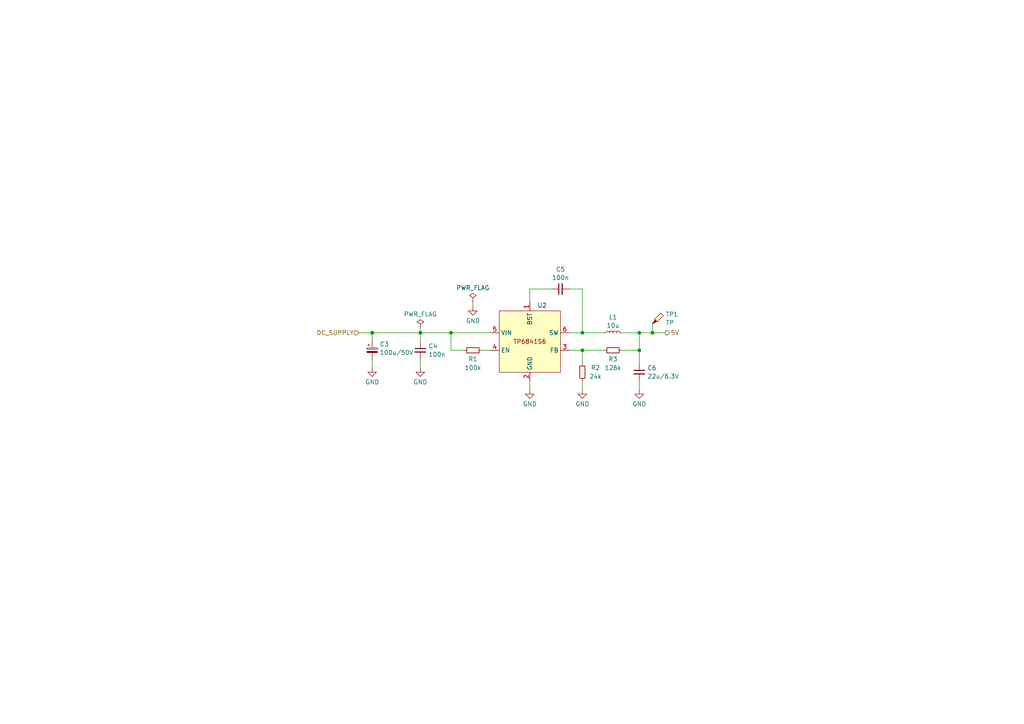
<source format=kicad_sch>
(kicad_sch (version 20230121) (generator eeschema)
  (paper "A4")
  (lib_symbols
    (symbol "Connector:TestPoint_Probe" (pin_numbers hide) (pin_names (offset 0.762) hide)
      (property "Reference" "TP" (at 1.651 5.842 0))
      (property "Value" "TestPoint_Probe" (at 1.651 4.064 0))
      (symbol "TestPoint_Probe_0_1"
        (polyline (pts (xy 1.27 0.762) (xy 0 0) (xy 0.762 1.27) (xy 1.27 0.762)) (fill (type outline)))
        (polyline (pts (xy 1.397 0.635) (xy 0.635 1.397) (xy 2.413 3.175) (xy 3.175 2.413) (xy 1.397 0.635)) (fill (type background)))
      )
      (symbol "TestPoint_Probe_1_1"
        (pin passive line (at 0 0 90) (length 0) (name "1") (number "1"))
      )
    )
    (symbol "Device:C_Polarized_Small" (pin_numbers hide) (pin_names (offset 0.254) hide)
      (property "Reference" "C" (at 0.254 1.778 0))
      (property "Value" "C_Polarized_Small" (at 0.254 -2.032 0))
      (symbol "C_Polarized_Small_0_1"
        (rectangle (start -1.524 -0.3048) (end 1.524 -0.6858) (fill (type outline)))
        (rectangle (start -1.524 0.6858) (end 1.524 0.3048))
        (polyline (pts (xy -1.27 1.524) (xy -0.762 1.524)))
        (polyline (pts (xy -1.016 1.27) (xy -1.016 1.778)))
      )
      (symbol "C_Polarized_Small_1_1"
        (pin passive line (at 0 2.54 270) (length 1.8542) (name "~") (number "1"))
        (pin passive line (at 0 -2.54 90) (length 1.8542) (name "~") (number "2"))
      )
    )
    (symbol "Device:C_Small" (pin_numbers hide) (pin_names (offset 0.254) hide)
      (property "Reference" "C" (at 0.254 1.778 0))
      (property "Value" "C_Small" (at 0.254 -2.032 0))
      (symbol "C_Small_0_1"
        (polyline (pts (xy -1.524 -0.508) (xy 1.524 -0.508)) (stroke (width 0.3302)))
        (polyline (pts (xy -1.524 0.508) (xy 1.524 0.508)) (stroke (width 0.3048)))
      )
      (symbol "C_Small_1_1"
        (pin passive line (at 0 2.54 270) (length 2.032) (name "~") (number "1"))
        (pin passive line (at 0 -2.54 90) (length 2.032) (name "~") (number "2"))
      )
    )
    (symbol "Device:L_Small" (pin_numbers hide) (pin_names (offset 0.254) hide)
      (property "Reference" "L" (at 0.762 1.016 0))
      (property "Value" "L_Small" (at 0.762 -1.016 0))
      (symbol "L_Small_0_1"
        (arc (start 0 -2.032) (mid 0.5058 -1.524) (end 0 -1.016))
        (arc (start 0 -1.016) (mid 0.5058 -0.508) (end 0 0))
        (arc (start 0 0) (mid 0.5058 0.508) (end 0 1.016))
        (arc (start 0 1.016) (mid 0.5058 1.524) (end 0 2.032))
      )
      (symbol "L_Small_1_1"
        (pin passive line (at 0 2.54 270) (length 0.508) (name "~") (number "1"))
        (pin passive line (at 0 -2.54 90) (length 0.508) (name "~") (number "2"))
      )
    )
    (symbol "Device:R_Small" (pin_numbers hide) (pin_names (offset 0.254) hide)
      (property "Reference" "R" (at 0.762 0.508 0))
      (property "Value" "R_Small" (at 0.762 -1.016 0))
      (symbol "R_Small_0_1"
        (rectangle (start -0.762 1.778) (end 0.762 -1.778) (stroke (width 0.2032)))
      )
      (symbol "R_Small_1_1"
        (pin passive line (at 0 2.54 270) (length 0.762) (name "~") (number "1"))
        (pin passive line (at 0 -2.54 90) (length 0.762) (name "~") (number "2"))
      )
    )
    (symbol "Parts:TP6841S6-A"
      (property "Reference" "U" (at 5.08 -10.16 0))
      (symbol "TP6841S6-A_1_1"
        (rectangle (start -8.89 8.89) (end 8.89 -8.89) (fill (type background)))
        (text "TP6841S6" (at 0 0 0) (effects (font (size 1.27 1.27))))
        (pin input line (at 0 11.43 270) (length 2.54) (name "BST") (number "1"))
        (pin input line (at 0 -11.43 90) (length 2.54) (name "GND") (number "2"))
        (pin input line (at 11.43 -2.54 180) (length 2.54) (name "FB") (number "3"))
        (pin input line (at -11.43 -2.54 0) (length 2.54) (name "EN") (number "4"))
        (pin input line (at -11.43 2.54 0) (length 2.54) (name "VIN") (number "5"))
        (pin output line (at 11.43 2.54 180) (length 2.54) (name "SW") (number "6"))
      )
    )
    (symbol "power:GND" (power) (pin_names (offset 0))
      (property "Value" "GND" (at 0 -3.81 0))
      (symbol "GND_0_1"
        (polyline (pts (xy 0 0) (xy 0 -1.27) (xy 1.27 -1.27) (xy 0 -2.54) (xy -1.27 -1.27) (xy 0 -1.27)))
      )
      (symbol "GND_1_1"
        (pin power_in line (at 0 0 270) (length 0) hide (name "GND") (number "1"))
      )
    )
    (symbol "power:PWR_FLAG" (power) (pin_numbers hide) (pin_names (offset 0) hide)
      (property "Value" "PWR_FLAG" (at 0 3.81 0))
      (symbol "PWR_FLAG_0_0"
        (pin power_out line (at 0 0 90) (length 0) (name "pwr") (number "1"))
      )
      (symbol "PWR_FLAG_0_1"
        (polyline (pts (xy 0 0) (xy 0 1.27) (xy -1.016 1.905) (xy 0 2.54) (xy 1.016 1.905) (xy 0 1.27)))
      )
    )
  )
  (junction (at 121.92 96.52))
  (junction (at 189.23 96.52))
  (junction (at 185.42 96.52))
  (junction (at 168.91 101.6))
  (junction (at 168.91 96.52))
  (junction (at 185.42 101.6))
  (junction (at 130.81 96.52))
  (junction (at 107.95 96.52))
  (wire (pts (xy 180.34 101.6) (xy 185.42 101.6)))
  (wire (pts (xy 153.67 110.49) (xy 153.67 113.03)))
  (wire (pts (xy 160.02 83.82) (xy 153.67 83.82)))
  (wire (pts (xy 130.81 96.52) (xy 142.24 96.52)))
  (wire (pts (xy 168.91 113.03) (xy 168.91 110.49)))
  (wire (pts (xy 107.95 104.14) (xy 107.95 106.68)))
  (wire (pts (xy 137.16 87.63) (xy 137.16 88.9)))
  (wire (pts (xy 180.34 96.52) (xy 185.42 96.52)))
  (wire (pts (xy 168.91 101.6) (xy 165.1 101.6)))
  (wire (pts (xy 130.81 101.6) (xy 130.81 96.52)))
  (wire (pts (xy 121.92 96.52) (xy 121.92 99.06)))
  (wire (pts (xy 185.42 101.6) (xy 185.42 96.52)))
  (wire (pts (xy 185.42 110.49) (xy 185.42 113.03)))
  (wire (pts (xy 168.91 96.52) (xy 165.1 96.52)))
  (wire (pts (xy 189.23 93.98) (xy 189.23 96.52)))
  (wire (pts (xy 189.23 96.52) (xy 193.04 96.52)))
  (wire (pts (xy 168.91 96.52) (xy 175.26 96.52)))
  (wire (pts (xy 104.14 96.52) (xy 107.95 96.52)))
  (wire (pts (xy 121.92 95.25) (xy 121.92 96.52)))
  (wire (pts (xy 175.26 101.6) (xy 168.91 101.6)))
  (wire (pts (xy 168.91 83.82) (xy 168.91 96.52)))
  (wire (pts (xy 165.1 83.82) (xy 168.91 83.82)))
  (wire (pts (xy 185.42 101.6) (xy 185.42 105.41)))
  (wire (pts (xy 139.7 101.6) (xy 142.24 101.6)))
  (wire (pts (xy 134.62 101.6) (xy 130.81 101.6)))
  (wire (pts (xy 121.92 96.52) (xy 130.81 96.52)))
  (wire (pts (xy 107.95 99.06) (xy 107.95 96.52)))
  (wire (pts (xy 153.67 83.82) (xy 153.67 87.63)))
  (wire (pts (xy 121.92 106.68) (xy 121.92 104.14)))
  (wire (pts (xy 185.42 96.52) (xy 189.23 96.52)))
  (wire (pts (xy 107.95 96.52) (xy 121.92 96.52)))
  (wire (pts (xy 168.91 101.6) (xy 168.91 105.41)))
  (hierarchical_label "5V" (shape output) (at 193.04 96.52 0))
  (hierarchical_label "DC_SUPPLY" (shape input) (at 104.14 96.52 180))
  (symbol (lib_id "Parts:TP6841S6-A") (at 153.67 99.06 0) (unit 1)
    (property "Reference" "U2" (at 155.8641 88.5769 0) (effects (justify left)))
    (property "Value" "TP6841" (effects hide))
    (property "Footprint" "Package_TO_SOT_SMD:SOT-23-6" (effects hide))
    (property "PN" "TP6841S6-A" (effects hide))
    (property "MPN" "TP6841S6-A" (effects hide))
    (instances (project "m17-rru-cm4" (path "" (reference "U2") (unit 1))) (project "m17-rru-rf" (path "" (reference "U6") (unit 1))) (project "psu" (path "" (reference "U6") (unit 1))))
  )
  (symbol (lib_id "power:PWR_FLAG") (at 137.16 87.63 0) (unit 1)
    (property "Reference" "#FLG02" (effects hide))
    (property "Value" "PWR_FLAG" (at 137.16 83.4969 0))
    (instances (project "m17-rru-cm4" (path "" (reference "#FLG02") (unit 1))) (project "m17-rru-rf" (path "" (reference "#FLG01") (unit 1)) (path "" (reference "#FLG01") (unit 1))) (project "psu" (path "" (reference "#FLG01") (unit 1))))
  )
  (symbol (lib_id "power:GND") (at 168.91 113.03 0) (unit 1)
    (property "Reference" "#PWR011" (effects hide))
    (property "Value" "GND" (at 168.91 117.1631 0))
    (instances (project "m17-rru-cm4" (path "" (reference "#PWR011") (unit 1))) (project "m17-rru-rf" (path "" (reference "#PWR029") (unit 1))) (project "psu" (path "" (reference "#PWR029") (unit 1))))
  )
  (symbol (lib_id "power:GND") (at 121.92 106.68 0) (unit 1)
    (property "Reference" "#PWR08" (effects hide))
    (property "Value" "GND" (at 121.92 110.8131 0))
    (instances (project "m17-rru-cm4" (path "" (reference "#PWR08") (unit 1))) (project "m17-rru-rf" (path "" (reference "#PWR025") (unit 1))) (project "psu" (path "" (reference "#PWR025") (unit 1))))
  )
  (symbol (lib_id "Device:R_Small") (at 168.91 107.95 0) (unit 1)
    (property "Reference" "R2" (at 172.72 106.68 0))
    (property "Value" "24k" (at 172.72 109.22 0))
    (property "Footprint" "Resistor_SMD:R_0603_1608Metric" (effects hide))
    (property "PN" "CRCW060324K0FKEAC" (effects hide))
    (property "MPN" "CRCW060324K0FKEAC" (effects hide))
    (instances (project "m17-rru-cm4" (path "" (reference "R2") (unit 1))) (project "m17-rru-rf" (path "" (reference "R2") (unit 1)) (path "" (reference "R7") (unit 1)) (path "" (reference "R26") (unit 1)) (path "" (reference "R24") (unit 1))) (project "psu" (path "" (reference "R2") (unit 1))))
  )
  (symbol (lib_id "power:PWR_FLAG") (at 121.92 95.25 0) (unit 1)
    (property "Reference" "#FLG01" (effects hide))
    (property "Value" "PWR_FLAG" (at 121.92 91.1169 0))
    (instances (project "m17-rru-cm4" (path "" (reference "#FLG01") (unit 1))) (project "m17-rru-rf" (path "" (reference "#FLG01") (unit 1)) (path "" (reference "#FLG02") (unit 1))) (project "psu" (path "" (reference "#FLG01") (unit 1))))
  )
  (symbol (lib_id "Device:C_Small") (at 121.92 101.6 0) (unit 1)
    (property "Reference" "C4" (at 124.2441 100.3942 0) (effects (justify left)))
    (property "Value" "100n" (at 124.2441 102.8184 0) (effects (justify left)))
    (property "Footprint" "Capacitor_SMD:C_0603_1608Metric" (effects hide))
    (property "PN" "C0603C104M5RAC7411" (effects hide))
    (property "MPN" "C0603C104M5RAC7411" (effects hide))
    (instances (project "m17-rru-cm4" (path "" (reference "C4") (unit 1))) (project "m17-rru-rf" (path "" (reference "C5") (unit 1)) (path "" (reference "C4") (unit 1)) (path "" (reference "C28") (unit 1)) (path "" (reference "C16") (unit 1))) (project "psu" (path "" (reference "C5") (unit 1))))
  )
  (symbol (lib_id "Device:C_Small") (at 162.56 83.82 90) (unit 1)
    (property "Reference" "C5" (at 162.5663 78.1136 90))
    (property "Value" "100n" (at 162.5663 80.5378 90))
    (property "Footprint" "Capacitor_SMD:C_0603_1608Metric" (effects hide))
    (property "PN" "C0603C104M5RAC7411" (effects hide))
    (property "MPN" "C0603C104M5RAC7411" (effects hide))
    (instances (project "m17-rru-cm4" (path "" (reference "C5") (unit 1))) (project "m17-rru-rf" (path "" (reference "C5") (unit 1)) (path "" (reference "C4") (unit 1)) (path "" (reference "C28") (unit 1)) (path "" (reference "C18") (unit 1))) (project "psu" (path "" (reference "C5") (unit 1))))
  )
  (symbol (lib_id "Device:C_Polarized_Small") (at 107.95 101.6 0) (unit 1)
    (property "Reference" "C3" (at 110.109 99.8418 0) (effects (justify left)))
    (property "Value" "100u/50V" (at 110.109 102.266 0) (effects (justify left)))
    (property "Footprint" "Capacitor_SMD:CP_Elec_8x10.5" (effects hide))
    (property "PN" "50SEV100M8X10.5" (effects hide))
    (property "MPN" "50SEV100M8X10.5" (effects hide))
    (instances (project "m17-rru-cm4" (path "" (reference "C3") (unit 1))) (project "m17-rru-rf" (path "" (reference "C42") (unit 1)) (path "" (reference "C14") (unit 1))) (project "psu" (path "" (reference "C42") (unit 1))))
  )
  (symbol (lib_id "power:GND") (at 153.67 113.03 0) (unit 1)
    (property "Reference" "#PWR010" (effects hide))
    (property "Value" "GND" (at 153.67 117.1631 0))
    (instances (project "m17-rru-cm4" (path "" (reference "#PWR010") (unit 1))) (project "m17-rru-rf" (path "" (reference "#PWR027") (unit 1))) (project "psu" (path "" (reference "#PWR027") (unit 1))))
  )
  (symbol (lib_id "Device:R_Small") (at 137.16 101.6 90) (unit 1)
    (property "Reference" "R1" (at 137.16 104.14 90))
    (property "Value" "100k" (at 137.16 106.68 90))
    (property "Footprint" "Resistor_SMD:R_0603_1608Metric" (effects hide))
    (property "PN" "CRCW0603100KFKEAC" (effects hide))
    (property "MPN" "CRCW0603100KFKEAC" (effects hide))
    (instances (project "m17-rru-cm4" (path "" (reference "R1") (unit 1))) (project "m17-rru-rf" (path "" (reference "R2") (unit 1)) (path "" (reference "R7") (unit 1)) (path "" (reference "R26") (unit 1)) (path "" (reference "R22") (unit 1))) (project "psu" (path "" (reference "R2") (unit 1))))
  )
  (symbol (lib_id "Connector:TestPoint_Probe") (at 189.23 93.98 0) (unit 1)
    (property "Reference" "TP1" (at 193.04 91.1804 0) (effects (justify left)))
    (property "Value" "TP" (at 193.04 93.6046 0) (effects (justify left)))
    (property "Footprint" "TestPoint:TestPoint_Pad_D1.5mm" (effects hide))
    (property "PN" "-" (effects hide))
    (property "MPN" "-" (effects hide))
    (instances (project "m17-rru-cm4" (path "" (reference "TP1") (unit 1))) (project "m17-rru-rf" (path "" (reference "TP2") (unit 1)) (path "" (reference "TP13") (unit 1))) (project "psu" (path "" (reference "TP2") (unit 1))))
  )
  (symbol (lib_id "power:GND") (at 185.42 113.03 0) (unit 1)
    (property "Reference" "#PWR012" (effects hide))
    (property "Value" "GND" (at 185.42 117.1631 0))
    (instances (project "m17-rru-cm4" (path "" (reference "#PWR012") (unit 1))) (project "m17-rru-rf" (path "" (reference "#PWR032") (unit 1))) (project "psu" (path "" (reference "#PWR032") (unit 1))))
  )
  (symbol (lib_id "power:GND") (at 107.95 106.68 0) (unit 1)
    (property "Reference" "#PWR07" (effects hide))
    (property "Value" "GND" (at 107.95 110.8131 0))
    (instances (project "m17-rru-cm4" (path "" (reference "#PWR07") (unit 1))) (project "m17-rru-rf" (path "" (reference "#PWR023") (unit 1))) (project "psu" (path "" (reference "#PWR023") (unit 1))))
  )
  (symbol (lib_id "power:GND") (at 137.16 88.9 0) (unit 1)
    (property "Reference" "#PWR09" (effects hide))
    (property "Value" "GND" (at 137.16 93.0331 0))
    (instances (project "m17-rru-cm4" (path "" (reference "#PWR09") (unit 1))) (project "m17-rru-rf" (path "" (reference "#PWR023") (unit 1))) (project "psu" (path "" (reference "#PWR023") (unit 1))))
  )
  (symbol (lib_id "Device:C_Small") (at 185.42 107.95 180) (unit 1)
    (property "Reference" "C6" (at 187.7441 106.7315 0) (effects (justify right)))
    (property "Value" "22u/6.3V" (at 187.7441 109.1557 0) (effects (justify right)))
    (property "Footprint" "Capacitor_SMD:C_0603_1608Metric" (effects hide))
    (property "PN" "GRM188R60J226MEA0J" (effects hide))
    (property "MPN" "GRM188R60J226MEA0J" (effects hide))
    (instances (project "m17-rru-cm4" (path "" (reference "C6") (unit 1))) (project "m17-rru-rf" (path "" (reference "C5") (unit 1)) (path "" (reference "C4") (unit 1)) (path "" (reference "C28") (unit 1)) (path "" (reference "C21") (unit 1))) (project "psu" (path "" (reference "C5") (unit 1))))
  )
  (symbol (lib_id "Device:L_Small") (at 177.8 96.52 90) (unit 1)
    (property "Reference" "L1" (at 177.8 91.9969 90))
    (property "Value" "10u" (at 177.8 94.4211 90))
    (property "Footprint" "Inductor_SMD:L_Vishay_IHLP-2525" (effects hide))
    (property "PN" "IHLP2525BDER100M01" (effects hide))
    (property "MPN" "IHLP2525BDER100M01" (effects hide))
    (instances (project "m17-rru-cm4" (path "" (reference "L1") (unit 1))) (project "m17-rru-rf" (path "" (reference "L2") (unit 1))) (project "psu" (path "" (reference "L2") (unit 1))))
  )
  (symbol (lib_id "Device:R_Small") (at 177.8 101.6 90) (unit 1)
    (property "Reference" "R3" (at 177.8 104.14 90))
    (property "Value" "126k" (at 177.8 106.68 90))
    (property "Footprint" "Resistor_SMD:R_0603_1608Metric" (effects hide))
    (property "PN" "TNPW0603126KBEEA" (effects hide))
    (property "MPN" "TNPW0603126KBEEA" (effects hide))
    (instances (project "m17-rru-cm4" (path "" (reference "R3") (unit 1))) (project "m17-rru-rf" (path "" (reference "R2") (unit 1)) (path "" (reference "R7") (unit 1)) (path "" (reference "R26") (unit 1)) (path "" (reference "R26") (unit 1))) (project "psu" (path "" (reference "R2") (unit 1))))
  )
)
</source>
